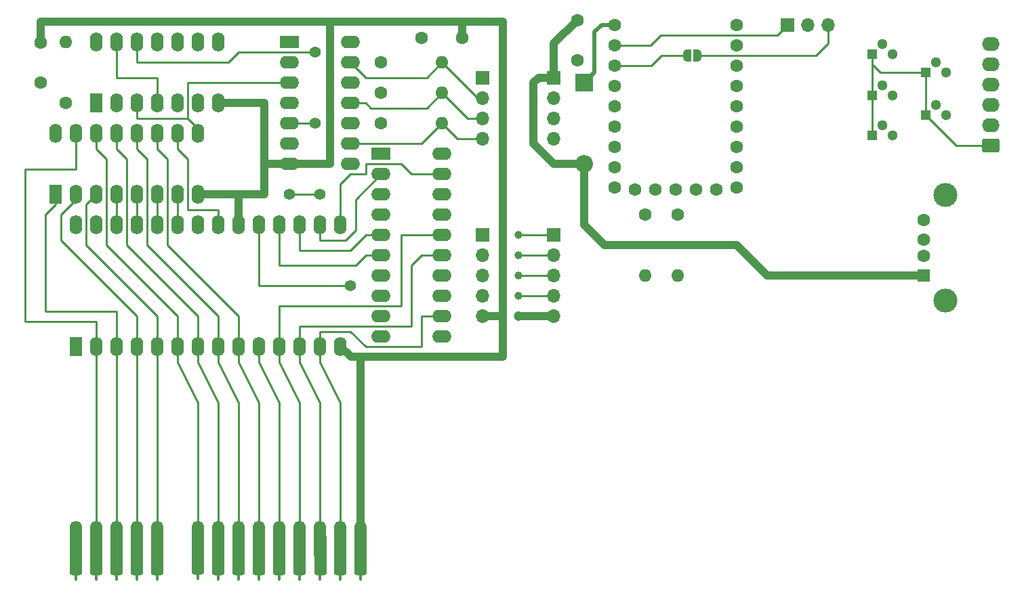
<source format=gbr>
%TF.GenerationSoftware,KiCad,Pcbnew,8.0.3+1*%
%TF.CreationDate,2024-06-17T20:10:21+02:00*%
%TF.ProjectId,MICE_3,4d494345-5f33-42e6-9b69-6361645f7063,0*%
%TF.SameCoordinates,Original*%
%TF.FileFunction,Copper,L1,Top*%
%TF.FilePolarity,Positive*%
%FSLAX46Y46*%
G04 Gerber Fmt 4.6, Leading zero omitted, Abs format (unit mm)*
G04 Created by KiCad (PCBNEW 8.0.3+1) date 2024-06-17 20:10:21*
%MOMM*%
%LPD*%
G01*
G04 APERTURE LIST*
G04 Aperture macros list*
%AMRoundRect*
0 Rectangle with rounded corners*
0 $1 Rounding radius*
0 $2 $3 $4 $5 $6 $7 $8 $9 X,Y pos of 4 corners*
0 Add a 4 corners polygon primitive as box body*
4,1,4,$2,$3,$4,$5,$6,$7,$8,$9,$2,$3,0*
0 Add four circle primitives for the rounded corners*
1,1,$1+$1,$2,$3*
1,1,$1+$1,$4,$5*
1,1,$1+$1,$6,$7*
1,1,$1+$1,$8,$9*
0 Add four rect primitives between the rounded corners*
20,1,$1+$1,$2,$3,$4,$5,0*
20,1,$1+$1,$4,$5,$6,$7,0*
20,1,$1+$1,$6,$7,$8,$9,0*
20,1,$1+$1,$8,$9,$2,$3,0*%
%AMFreePoly0*
4,1,19,0.500000,-0.750000,0.000000,-0.750000,0.000000,-0.744911,-0.071157,-0.744911,-0.207708,-0.704816,-0.327430,-0.627875,-0.420627,-0.520320,-0.479746,-0.390866,-0.500000,-0.250000,-0.500000,0.250000,-0.479746,0.390866,-0.420627,0.520320,-0.327430,0.627875,-0.207708,0.704816,-0.071157,0.744911,0.000000,0.744911,0.000000,0.750000,0.500000,0.750000,0.500000,-0.750000,0.500000,-0.750000,
$1*%
%AMFreePoly1*
4,1,19,0.000000,0.744911,0.071157,0.744911,0.207708,0.704816,0.327430,0.627875,0.420627,0.520320,0.479746,0.390866,0.500000,0.250000,0.500000,-0.250000,0.479746,-0.390866,0.420627,-0.520320,0.327430,-0.627875,0.207708,-0.704816,0.071157,-0.744911,0.000000,-0.744911,0.000000,-0.750000,-0.500000,-0.750000,-0.500000,0.750000,0.000000,0.750000,0.000000,0.744911,0.000000,0.744911,
$1*%
G04 Aperture macros list end*
%TA.AperFunction,EtchedComponent*%
%ADD10C,0.300000*%
%TD*%
%TA.AperFunction,ComponentPad*%
%ADD11R,1.700000X1.700000*%
%TD*%
%TA.AperFunction,ComponentPad*%
%ADD12O,1.700000X1.700000*%
%TD*%
%TA.AperFunction,ComponentPad*%
%ADD13R,1.600000X2.400000*%
%TD*%
%TA.AperFunction,ComponentPad*%
%ADD14O,1.600000X2.400000*%
%TD*%
%TA.AperFunction,ComponentPad*%
%ADD15C,1.600000*%
%TD*%
%TA.AperFunction,ComponentPad*%
%ADD16O,1.600000X1.600000*%
%TD*%
%TA.AperFunction,ComponentPad*%
%ADD17R,1.500000X1.600000*%
%TD*%
%TA.AperFunction,ComponentPad*%
%ADD18C,3.000000*%
%TD*%
%TA.AperFunction,ComponentPad*%
%ADD19O,2.190000X1.740000*%
%TD*%
%TA.AperFunction,ComponentPad*%
%ADD20RoundRect,0.250000X0.845000X-0.620000X0.845000X0.620000X-0.845000X0.620000X-0.845000X-0.620000X0*%
%TD*%
%TA.AperFunction,ComponentPad*%
%ADD21C,1.300000*%
%TD*%
%TA.AperFunction,ComponentPad*%
%ADD22R,1.300000X1.300000*%
%TD*%
%TA.AperFunction,ComponentPad*%
%ADD23R,2.400000X1.600000*%
%TD*%
%TA.AperFunction,ComponentPad*%
%ADD24O,2.400000X1.600000*%
%TD*%
%TA.AperFunction,SMDPad,CuDef*%
%ADD25FreePoly0,180.000000*%
%TD*%
%TA.AperFunction,SMDPad,CuDef*%
%ADD26FreePoly1,180.000000*%
%TD*%
%TA.AperFunction,ComponentPad*%
%ADD27R,2.200000X2.200000*%
%TD*%
%TA.AperFunction,ComponentPad*%
%ADD28O,2.200000X2.200000*%
%TD*%
%TA.AperFunction,ConnectorPad*%
%ADD29RoundRect,0.228600X0.533400X2.271400X-0.533400X2.271400X-0.533400X-2.271400X0.533400X-2.271400X0*%
%TD*%
%TA.AperFunction,ConnectorPad*%
%ADD30RoundRect,0.762000X0.000010X1.738000X-0.000010X1.738000X-0.000010X-1.738000X0.000010X-1.738000X0*%
%TD*%
%TA.AperFunction,ViaPad*%
%ADD31C,1.200000*%
%TD*%
%TA.AperFunction,ViaPad*%
%ADD32C,1.400000*%
%TD*%
%TA.AperFunction,ViaPad*%
%ADD33C,1.000000*%
%TD*%
%TA.AperFunction,Conductor*%
%ADD34C,0.250000*%
%TD*%
%TA.AperFunction,Conductor*%
%ADD35C,1.000000*%
%TD*%
%TA.AperFunction,Conductor*%
%ADD36C,0.508000*%
%TD*%
%ADD37C,0.350000*%
G04 APERTURE END LIST*
D10*
%TO.C,J2*%
X149860000Y-133237600D02*
X149860000Y-132628000D01*
X147320000Y-133237600D02*
X147320000Y-132628000D01*
X144780000Y-133212200D02*
X144780000Y-132602600D01*
X142240000Y-133237600D02*
X142240000Y-132628000D01*
X139700000Y-133237600D02*
X139700000Y-132602600D01*
X137160000Y-133212200D02*
X137160000Y-132602600D01*
X134620000Y-133237600D02*
X134620000Y-132628000D01*
X132080000Y-133212200D02*
X132080000Y-132602600D01*
X129540000Y-133172200D02*
X129540000Y-132588000D01*
X124460000Y-133212200D02*
X124460000Y-132628000D01*
X121920000Y-133252200D02*
X121920000Y-132715000D01*
X119380000Y-133252200D02*
X119380000Y-132715000D01*
X116840000Y-133252200D02*
X116840000Y-132668000D01*
X114300000Y-133237600D02*
X114300000Y-132628000D01*
%TD*%
D11*
%TO.P,J5,1,Pin_1*%
%TO.N,VCC*%
X165100000Y-70485000D03*
D12*
%TO.P,J5,2,Pin_2*%
%TO.N,Net-(J3-Pin_2)*%
X165100000Y-73025000D03*
%TO.P,J5,3,Pin_3*%
%TO.N,Net-(J3-Pin_3)*%
X165100000Y-75565000D03*
%TO.P,J5,4,Pin_4*%
%TO.N,Net-(J3-Pin_4)*%
X165100000Y-78105000D03*
%TD*%
D11*
%TO.P,J4,1,Pin_1*%
%TO.N,Net-(J4-Pin_1)*%
X173990000Y-90170000D03*
D12*
%TO.P,J4,2,Pin_2*%
%TO.N,Net-(J4-Pin_2)*%
X173990000Y-92710000D03*
%TO.P,J4,3,Pin_3*%
%TO.N,Net-(J4-Pin_3)*%
X173990000Y-95250000D03*
%TO.P,J4,4,Pin_4*%
%TO.N,Net-(J4-Pin_4)*%
X173990000Y-97790000D03*
%TO.P,J4,5,Pin_5*%
%TO.N,GND*%
X173990000Y-100330000D03*
%TD*%
D11*
%TO.P,J3,1,Pin_1*%
%TO.N,VCC*%
X173990000Y-70485000D03*
D12*
%TO.P,J3,2,Pin_2*%
%TO.N,Net-(J3-Pin_2)*%
X173990000Y-73025000D03*
%TO.P,J3,3,Pin_3*%
%TO.N,Net-(J3-Pin_3)*%
X173990000Y-75565000D03*
%TO.P,J3,4,Pin_4*%
%TO.N,Net-(J3-Pin_4)*%
X173990000Y-78105000D03*
%TD*%
D11*
%TO.P,J6,1,Pin_1*%
%TO.N,Net-(J4-Pin_1)*%
X165100000Y-90170000D03*
D12*
%TO.P,J6,2,Pin_2*%
%TO.N,Net-(J4-Pin_2)*%
X165100000Y-92710000D03*
%TO.P,J6,3,Pin_3*%
%TO.N,Net-(J4-Pin_3)*%
X165100000Y-95250000D03*
%TO.P,J6,4,Pin_4*%
%TO.N,Net-(J4-Pin_4)*%
X165100000Y-97790000D03*
%TO.P,J6,5,Pin_5*%
%TO.N,GND*%
X165100000Y-100330000D03*
%TD*%
D13*
%TO.P,U2,1*%
%TO.N,Net-(U2-Pad1)*%
X116840000Y-73660000D03*
D14*
%TO.P,U2,2*%
%TO.N,Net-(U2-Pad2)*%
X119380000Y-73660000D03*
%TO.P,U2,3*%
%TO.N,/IO_LE*%
X121920000Y-73660000D03*
%TO.P,U2,4*%
%TO.N,/ROMOE*%
X124460000Y-73660000D03*
%TO.P,U2,5*%
%TO.N,Net-(U2-Pad2)*%
X127000000Y-73660000D03*
%TO.P,U2,6*%
%TO.N,/U_ROMOE*%
X129540000Y-73660000D03*
%TO.P,U2,7,GND*%
%TO.N,GND*%
X132080000Y-73660000D03*
%TO.P,U2,8*%
%TO.N,Net-(U2-Pad8)*%
X132080000Y-66040000D03*
%TO.P,U2,9*%
%TO.N,/A15*%
X129540000Y-66040000D03*
%TO.P,U2,10*%
%TO.N,/A14*%
X127000000Y-66040000D03*
%TO.P,U2,11*%
%TO.N,Net-(R1-Pad2)*%
X124460000Y-66040000D03*
%TO.P,U2,12*%
%TO.N,/IO_OE*%
X121920000Y-66040000D03*
%TO.P,U2,13*%
%TO.N,/ROMOE*%
X119380000Y-66040000D03*
%TO.P,U2,14,VCC*%
%TO.N,VCC*%
X116840000Y-66040000D03*
%TD*%
D15*
%TO.P,R1,1*%
%TO.N,VCC*%
X113030000Y-73660000D03*
D16*
%TO.P,R1,2*%
%TO.N,Net-(R1-Pad2)*%
X113030000Y-66040000D03*
%TD*%
D15*
%TO.P,C3,1*%
%TO.N,VCC*%
X176911000Y-63286000D03*
%TO.P,C3,2*%
%TO.N,GND*%
X176911000Y-68286000D03*
%TD*%
%TO.P,RZ1,1,GP0*%
%TO.N,Net-(RZ1-GP0)*%
X196850000Y-63900000D03*
%TO.P,RZ1,2,GP1*%
%TO.N,Net-(Q5-B)*%
X196850000Y-66440000D03*
%TO.P,RZ1,3,GP2*%
%TO.N,Net-(Q4-B)*%
X196850000Y-68980000D03*
%TO.P,RZ1,4,GP3*%
%TO.N,Net-(Q3-B)*%
X196850000Y-71520000D03*
%TO.P,RZ1,5,GP4*%
%TO.N,Net-(Q2-B)*%
X196850000Y-74060000D03*
%TO.P,RZ1,6,GP5*%
%TO.N,Net-(Q1-B)*%
X196850000Y-76600000D03*
%TO.P,RZ1,7,GP6*%
%TO.N,unconnected-(RZ1-GP6-Pad7)*%
X196850000Y-79140000D03*
%TO.P,RZ1,8,GP7*%
%TO.N,unconnected-(RZ1-GP7-Pad8)*%
X196850000Y-81680000D03*
%TO.P,RZ1,9,GP8*%
%TO.N,unconnected-(RZ1-GP8-Pad9)*%
X196850000Y-84220000D03*
%TO.P,RZ1,10,GP9*%
%TO.N,unconnected-(RZ1-GP9-Pad10)*%
X194310000Y-84430000D03*
%TO.P,RZ1,11,GP10*%
%TO.N,unconnected-(RZ1-GP10-Pad11)*%
X191770000Y-84430000D03*
%TO.P,RZ1,12,GP11*%
%TO.N,Net-(RZ1-GP11)*%
X189230000Y-84430000D03*
%TO.P,RZ1,13,GP12*%
%TO.N,Net-(RZ1-GP12)*%
X186690000Y-84430000D03*
%TO.P,RZ1,14,GP13*%
%TO.N,Net-(J4-Pin_4)*%
X184150000Y-84430000D03*
%TO.P,RZ1,15,GP14*%
%TO.N,Net-(J4-Pin_3)*%
X181610000Y-84220000D03*
%TO.P,RZ1,16,GP15*%
%TO.N,Net-(J4-Pin_2)*%
X181610000Y-81680000D03*
%TO.P,RZ1,17,GP26*%
%TO.N,Net-(J4-Pin_1)*%
X181610000Y-79140000D03*
%TO.P,RZ1,18,GP27*%
%TO.N,Net-(J3-Pin_4)*%
X181610000Y-76600000D03*
%TO.P,RZ1,19,GP28*%
%TO.N,Net-(J3-Pin_3)*%
X181610000Y-74060000D03*
%TO.P,RZ1,20,GP29*%
%TO.N,Net-(J3-Pin_2)*%
X181610000Y-71520000D03*
%TO.P,RZ1,21,3V3*%
%TO.N,Net-(JP1-B)*%
X181610000Y-68980000D03*
%TO.P,RZ1,22,5V*%
%TO.N,Net-(D1-K)*%
X181610000Y-63900000D03*
%TO.P,RZ1,23,GND*%
%TO.N,GND*%
X181610000Y-66440000D03*
%TD*%
%TO.P,C1,1*%
%TO.N,VCC*%
X109855000Y-71120000D03*
%TO.P,C1,2*%
%TO.N,GND*%
X109855000Y-66120000D03*
%TD*%
D17*
%TO.P,J1,1,VBUS*%
%TO.N,VCC*%
X220175000Y-95250000D03*
D15*
%TO.P,J1,2,D-*%
%TO.N,/D_N*%
X220175000Y-92750000D03*
%TO.P,J1,3,D+*%
%TO.N,/D_P*%
X220175000Y-90750000D03*
%TO.P,J1,4,GND*%
%TO.N,GND*%
X220175000Y-88250000D03*
D18*
%TO.P,J1,5,Shield*%
X222885000Y-98320000D03*
X222885000Y-85180000D03*
%TD*%
D19*
%TO.P,J7,6,Pin_6*%
%TO.N,/Left*%
X228600000Y-66294000D03*
%TO.P,J7,5,Pin_5*%
%TO.N,/Right*%
X228600000Y-68834000D03*
%TO.P,J7,4,Pin_4*%
%TO.N,/Down*%
X228600000Y-71374000D03*
%TO.P,J7,3,Pin_3*%
%TO.N,/Up*%
X228600000Y-73914000D03*
%TO.P,J7,2,Pin_2*%
%TO.N,/Fire*%
X228600000Y-76454000D03*
D20*
%TO.P,J7,1,Pin_1*%
%TO.N,/Common*%
X228600000Y-78994000D03*
%TD*%
D21*
%TO.P,Q2,3,E*%
%TO.N,/Up*%
X223012000Y-75184000D03*
%TO.P,Q2,2,B*%
%TO.N,Net-(Q2-B)*%
X221742000Y-73914000D03*
D22*
%TO.P,Q2,1,C*%
%TO.N,/Common*%
X220472000Y-75184000D03*
%TD*%
D23*
%TO.P,U5,1,OE*%
%TO.N,/IO_OE*%
X152400000Y-80010000D03*
D24*
%TO.P,U5,2,O0*%
%TO.N,/D4*%
X152400000Y-82550000D03*
%TO.P,U5,3,D0*%
%TO.N,Net-(U5-D0)*%
X152400000Y-85090000D03*
%TO.P,U5,4,D1*%
%TO.N,Net-(U5-D1)*%
X152400000Y-87630000D03*
%TO.P,U5,5,O1*%
%TO.N,/D5*%
X152400000Y-90170000D03*
%TO.P,U5,6,O2*%
%TO.N,/D6*%
X152400000Y-92710000D03*
%TO.P,U5,7,D2*%
%TO.N,Net-(U5-D2)*%
X152400000Y-95250000D03*
%TO.P,U5,8,D3*%
%TO.N,GND*%
X152400000Y-97790000D03*
%TO.P,U5,9,O3*%
%TO.N,/D7*%
X152400000Y-100330000D03*
%TO.P,U5,10,GND*%
%TO.N,GND*%
X152400000Y-102870000D03*
%TO.P,U5,11,LE*%
%TO.N,/IO_LE*%
X160020000Y-102870000D03*
%TO.P,U5,12,O4*%
%TO.N,/D2*%
X160020000Y-100330000D03*
%TO.P,U5,13,D4*%
%TO.N,Net-(J4-Pin_4)*%
X160020000Y-97790000D03*
%TO.P,U5,14,D5*%
%TO.N,Net-(J4-Pin_3)*%
X160020000Y-95250000D03*
%TO.P,U5,15,O5*%
%TO.N,/D1*%
X160020000Y-92710000D03*
%TO.P,U5,16,O6*%
%TO.N,/D0*%
X160020000Y-90170000D03*
%TO.P,U5,17,D6*%
%TO.N,Net-(J4-Pin_2)*%
X160020000Y-87630000D03*
%TO.P,U5,18,D7*%
%TO.N,Net-(J4-Pin_1)*%
X160020000Y-85090000D03*
%TO.P,U5,19,O7*%
%TO.N,/D3*%
X160020000Y-82550000D03*
%TO.P,U5,20,VCC*%
%TO.N,VCC*%
X160020000Y-80010000D03*
%TD*%
D21*
%TO.P,Q4,3,E*%
%TO.N,/Right*%
X223012000Y-69829000D03*
%TO.P,Q4,2,B*%
%TO.N,Net-(Q4-B)*%
X221742000Y-68559000D03*
D22*
%TO.P,Q4,1,C*%
%TO.N,/Common*%
X220472000Y-69829000D03*
%TD*%
%TO.P,Q5,1,C*%
%TO.N,/Common*%
X213741000Y-67564000D03*
D21*
%TO.P,Q5,2,B*%
%TO.N,Net-(Q5-B)*%
X215011000Y-66294000D03*
%TO.P,Q5,3,E*%
%TO.N,/Left*%
X216281000Y-67564000D03*
%TD*%
D11*
%TO.P,SW1,1,A*%
%TO.N,GND*%
X203200000Y-63881000D03*
D12*
%TO.P,SW1,2,B*%
%TO.N,Net-(RZ1-GP0)*%
X205740000Y-63881000D03*
%TO.P,SW1,3,C*%
%TO.N,Net-(JP1-A)*%
X208280000Y-63881000D03*
%TD*%
D15*
%TO.P,R5,1*%
%TO.N,Net-(RZ1-GP11)*%
X189470000Y-87630000D03*
D16*
%TO.P,R5,2*%
%TO.N,/D_P*%
X189470000Y-95250000D03*
%TD*%
D25*
%TO.P,JP1,1,A*%
%TO.N,Net-(JP1-A)*%
X191897000Y-67691000D03*
D26*
%TO.P,JP1,2,B*%
%TO.N,Net-(JP1-B)*%
X190597000Y-67691000D03*
%TD*%
D21*
%TO.P,Q1,3,E*%
%TO.N,/Fire*%
X216281000Y-77703000D03*
%TO.P,Q1,2,B*%
%TO.N,Net-(Q1-B)*%
X215011000Y-76433000D03*
D22*
%TO.P,Q1,1,C*%
%TO.N,/Common*%
X213741000Y-77703000D03*
%TD*%
D13*
%TO.P,U1,1*%
%TO.N,/A7*%
X111760000Y-85090000D03*
D14*
%TO.P,U1,2*%
%TO.N,/A6*%
X114300000Y-85090000D03*
%TO.P,U1,3*%
%TO.N,/A5*%
X116840000Y-85090000D03*
%TO.P,U1,4*%
%TO.N,/A13*%
X119380000Y-85090000D03*
%TO.P,U1,5*%
%TO.N,/A8*%
X121920000Y-85090000D03*
%TO.P,U1,6*%
%TO.N,/A9*%
X124460000Y-85090000D03*
%TO.P,U1,7*%
%TO.N,/A11*%
X127000000Y-85090000D03*
%TO.P,U1,8,GND*%
%TO.N,GND*%
X129540000Y-85090000D03*
%TO.P,U1,9*%
%TO.N,/IO_LE*%
X129540000Y-77470000D03*
%TO.P,U1,10*%
%TO.N,/A10*%
X127000000Y-77470000D03*
%TO.P,U1,11*%
%TO.N,/A1*%
X124460000Y-77470000D03*
%TO.P,U1,12*%
%TO.N,/A2*%
X121920000Y-77470000D03*
%TO.P,U1,13*%
%TO.N,/A3*%
X119380000Y-77470000D03*
%TO.P,U1,14*%
%TO.N,/A4*%
X116840000Y-77470000D03*
%TO.P,U1,15*%
%TO.N,/A12*%
X114300000Y-77470000D03*
%TO.P,U1,16,VCC*%
%TO.N,VCC*%
X111760000Y-77470000D03*
%TD*%
D23*
%TO.P,U3,1*%
%TO.N,unconnected-(U3-Pad1)*%
X140970000Y-66040000D03*
D24*
%TO.P,U3,2*%
%TO.N,unconnected-(U3-Pad2)*%
X140970000Y-68580000D03*
%TO.P,U3,3*%
%TO.N,/IO_LE*%
X140970000Y-71120000D03*
%TO.P,U3,4*%
%TO.N,Net-(U2-Pad1)*%
X140970000Y-73660000D03*
%TO.P,U3,5*%
%TO.N,Net-(U2-Pad8)*%
X140970000Y-76200000D03*
%TO.P,U3,6*%
%TO.N,Net-(U2-Pad2)*%
X140970000Y-78740000D03*
%TO.P,U3,7,GND*%
%TO.N,GND*%
X140970000Y-81280000D03*
%TO.P,U3,8*%
%TO.N,Net-(U5-D0)*%
X148590000Y-81280000D03*
%TO.P,U3,9*%
%TO.N,Net-(J3-Pin_4)*%
X148590000Y-78740000D03*
%TO.P,U3,10*%
%TO.N,Net-(U5-D1)*%
X148590000Y-76200000D03*
%TO.P,U3,11*%
%TO.N,Net-(J3-Pin_3)*%
X148590000Y-73660000D03*
%TO.P,U3,12*%
%TO.N,Net-(U5-D2)*%
X148590000Y-71120000D03*
%TO.P,U3,13*%
%TO.N,Net-(J3-Pin_2)*%
X148590000Y-68580000D03*
%TO.P,U3,14,VCC*%
%TO.N,VCC*%
X148590000Y-66040000D03*
%TD*%
D15*
%TO.P,R4,1*%
%TO.N,VCC*%
X152400000Y-76200000D03*
D16*
%TO.P,R4,2*%
%TO.N,Net-(J3-Pin_4)*%
X160020000Y-76200000D03*
%TD*%
D15*
%TO.P,R6,1*%
%TO.N,Net-(RZ1-GP12)*%
X185420000Y-87630000D03*
D16*
%TO.P,R6,2*%
%TO.N,/D_N*%
X185420000Y-95250000D03*
%TD*%
D13*
%TO.P,IC1,1,VPP*%
%TO.N,VCC*%
X114300000Y-104120000D03*
D14*
%TO.P,IC1,2,A12*%
%TO.N,/A12*%
X116840000Y-104120000D03*
%TO.P,IC1,3,A7*%
%TO.N,/A7*%
X119380000Y-104120000D03*
%TO.P,IC1,4,A6*%
%TO.N,/A6*%
X121920000Y-104120000D03*
%TO.P,IC1,5,A5*%
%TO.N,/A5*%
X124460000Y-104120000D03*
%TO.P,IC1,6,A4*%
%TO.N,/A4*%
X127000000Y-104120000D03*
%TO.P,IC1,7,A3*%
%TO.N,/A3*%
X129540000Y-104120000D03*
%TO.P,IC1,8,A2*%
%TO.N,/A2*%
X132080000Y-104120000D03*
%TO.P,IC1,9,A1*%
%TO.N,/A1*%
X134620000Y-104120000D03*
%TO.P,IC1,10,A0*%
%TO.N,/A0*%
X137160000Y-104120000D03*
%TO.P,IC1,11,D0*%
%TO.N,/D0*%
X139700000Y-104120000D03*
%TO.P,IC1,12,D1*%
%TO.N,/D1*%
X142240000Y-104120000D03*
%TO.P,IC1,13,D2*%
%TO.N,/D2*%
X144780000Y-104120000D03*
%TO.P,IC1,14,GND*%
%TO.N,GND*%
X147320000Y-104120000D03*
%TO.P,IC1,15,D3*%
%TO.N,/D3*%
X147320000Y-88880000D03*
%TO.P,IC1,16,D4*%
%TO.N,/D4*%
X144780000Y-88880000D03*
%TO.P,IC1,17,D5*%
%TO.N,/D5*%
X142240000Y-88880000D03*
%TO.P,IC1,18,D6*%
%TO.N,/D6*%
X139700000Y-88880000D03*
%TO.P,IC1,19,D7*%
%TO.N,/D7*%
X137160000Y-88880000D03*
%TO.P,IC1,20,~{CE}*%
%TO.N,GND*%
X134620000Y-88880000D03*
%TO.P,IC1,21,A10*%
%TO.N,/A10*%
X132080000Y-88880000D03*
%TO.P,IC1,22,~{OE}*%
%TO.N,/U_ROMOE*%
X129540000Y-88880000D03*
%TO.P,IC1,23,A11*%
%TO.N,/A11*%
X127000000Y-88880000D03*
%TO.P,IC1,24,A9*%
%TO.N,/A9*%
X124460000Y-88880000D03*
%TO.P,IC1,25,A8*%
%TO.N,/A8*%
X121920000Y-88880000D03*
%TO.P,IC1,26,A13*%
%TO.N,/A13*%
X119380000Y-88880000D03*
%TO.P,IC1,27,~{PGM}*%
%TO.N,VCC*%
X116840000Y-88880000D03*
%TO.P,IC1,28,VCC*%
X114300000Y-88880000D03*
%TD*%
D21*
%TO.P,Q3,3,E*%
%TO.N,/Down*%
X216281000Y-72729000D03*
%TO.P,Q3,2,B*%
%TO.N,Net-(Q3-B)*%
X215011000Y-71459000D03*
D22*
%TO.P,Q3,1,C*%
%TO.N,/Common*%
X213741000Y-72729000D03*
%TD*%
D15*
%TO.P,R2,1*%
%TO.N,VCC*%
X152400000Y-68580000D03*
D16*
%TO.P,R2,2*%
%TO.N,Net-(J3-Pin_2)*%
X160020000Y-68580000D03*
%TD*%
D15*
%TO.P,C2,1*%
%TO.N,VCC*%
X157480000Y-65532000D03*
%TO.P,C2,2*%
%TO.N,GND*%
X162480000Y-65532000D03*
%TD*%
D27*
%TO.P,D1,1,K*%
%TO.N,Net-(D1-K)*%
X177800000Y-71120000D03*
D28*
%TO.P,D1,2,A*%
%TO.N,VCC*%
X177800000Y-81280000D03*
%TD*%
D15*
%TO.P,R3,1*%
%TO.N,VCC*%
X152400000Y-72390000D03*
D16*
%TO.P,R3,2*%
%TO.N,Net-(J3-Pin_3)*%
X160020000Y-72390000D03*
%TD*%
D29*
%TO.P,J2,2,N/C*%
%TO.N,unconnected-(J2-N{slash}C-Pad2)*%
X114300000Y-130175000D03*
D30*
X114300000Y-128437000D03*
D29*
%TO.P,J2,4,A12*%
%TO.N,/A12*%
X116840000Y-130215000D03*
D30*
X116840000Y-128437000D03*
D29*
%TO.P,J2,6,A7*%
%TO.N,/A7*%
X119380000Y-130215000D03*
D30*
X119380000Y-128437000D03*
D29*
%TO.P,J2,8,A6*%
%TO.N,/A6*%
X121920000Y-130215000D03*
D30*
X121920000Y-128437000D03*
D29*
%TO.P,J2,10,A5*%
%TO.N,/A5*%
X124460000Y-130175000D03*
D30*
X124460000Y-128397000D03*
D29*
%TO.P,J2,12,A4*%
%TO.N,/A4*%
X129540000Y-130135000D03*
D30*
X129540000Y-128397000D03*
D29*
%TO.P,J2,14,A3*%
%TO.N,/A3*%
X132080000Y-130175000D03*
D30*
X132080000Y-128437000D03*
D29*
%TO.P,J2,16,A2*%
%TO.N,/A2*%
X134620000Y-130175000D03*
D30*
X134620000Y-128437000D03*
D29*
%TO.P,J2,18,A1*%
%TO.N,/A1*%
X137160000Y-130164200D03*
D30*
X137160000Y-128437000D03*
D29*
%TO.P,J2,20,A0*%
%TO.N,/A0*%
X139700000Y-130164200D03*
D30*
X139700000Y-128437000D03*
D29*
%TO.P,J2,22,D0*%
%TO.N,/D0*%
X142240000Y-130164200D03*
D30*
X142240000Y-128437000D03*
D29*
%TO.P,J2,24,D1*%
%TO.N,/D1*%
X144805400Y-130164200D03*
D30*
X144780000Y-128397000D03*
D29*
%TO.P,J2,26,D2*%
%TO.N,/D2*%
X147320000Y-130175000D03*
D30*
X147320000Y-128437000D03*
D29*
%TO.P,J2,28,GND*%
%TO.N,GND*%
X149860000Y-130175000D03*
D30*
X149860000Y-128437000D03*
%TD*%
D31*
%TO.N,GND*%
X169545000Y-100330000D03*
D32*
%TO.N,/D7*%
X148590000Y-96520000D03*
%TO.N,/IO_LE*%
X144780000Y-85090000D03*
X140970000Y-85090000D03*
%TO.N,Net-(U2-Pad8)*%
X144145000Y-76200000D03*
%TO.N,/IO_OE*%
X144145000Y-67310000D03*
D33*
%TO.N,Net-(J4-Pin_1)*%
X169545000Y-90170000D03*
%TO.N,Net-(J4-Pin_2)*%
X169545000Y-92710000D03*
%TO.N,Net-(J4-Pin_3)*%
X169545000Y-95250000D03*
%TO.N,Net-(J4-Pin_4)*%
X169545000Y-97790000D03*
%TD*%
D34*
%TO.N,/Common*%
X213741000Y-72729000D02*
X213741000Y-67564000D01*
X213741000Y-77703000D02*
X213741000Y-72729000D01*
X220472000Y-75184000D02*
X224282000Y-78994000D01*
X228600000Y-78994000D02*
X224282000Y-78994000D01*
X213741000Y-68834000D02*
X214736000Y-69829000D01*
X214736000Y-69829000D02*
X220472000Y-69829000D01*
X220472000Y-69829000D02*
X220472000Y-75184000D01*
X213741000Y-68834000D02*
X213741000Y-67564000D01*
%TO.N,/D0*%
X142240000Y-128437000D02*
X142240000Y-111125000D01*
X142240000Y-111125000D02*
X139700000Y-106045000D01*
X139700000Y-106045000D02*
X139700000Y-104120000D01*
%TO.N,/D1*%
X144780000Y-128397000D02*
X144780000Y-111125000D01*
X144780000Y-111125000D02*
X142240000Y-106045000D01*
X142240000Y-106045000D02*
X142240000Y-104120000D01*
%TO.N,/D2*%
X147320000Y-128437000D02*
X147320000Y-111125000D01*
X147320000Y-111125000D02*
X144780000Y-106045000D01*
X144780000Y-106045000D02*
X144780000Y-104120000D01*
D35*
%TO.N,GND*%
X149860000Y-128437000D02*
X149860000Y-105410000D01*
%TO.N,VCC*%
X171450000Y-78740000D02*
X173990000Y-81280000D01*
X180340000Y-91440000D02*
X177800000Y-88900000D01*
X173990000Y-70485000D02*
X173990000Y-66207000D01*
X171450000Y-71120000D02*
X172085000Y-70485000D01*
X220175000Y-95250000D02*
X200660000Y-95250000D01*
X200660000Y-95250000D02*
X196850000Y-91440000D01*
X171450000Y-71120000D02*
X171450000Y-78740000D01*
X177800000Y-88900000D02*
X177800000Y-81280000D01*
X196850000Y-91440000D02*
X180340000Y-91440000D01*
X173990000Y-66207000D02*
X176911000Y-63286000D01*
X173990000Y-81280000D02*
X177800000Y-81280000D01*
X172085000Y-70485000D02*
X173990000Y-70485000D01*
%TO.N,GND*%
X167640000Y-100330000D02*
X165100000Y-100330000D01*
X137795000Y-85090000D02*
X137795000Y-81280000D01*
X147320000Y-104120000D02*
X148610000Y-105410000D01*
X134620000Y-85090000D02*
X137795000Y-85090000D01*
X167640000Y-105410000D02*
X149860000Y-105410000D01*
X109855000Y-66120000D02*
X109855000Y-63500000D01*
X140970000Y-81280000D02*
X146050000Y-81280000D01*
D34*
X203185000Y-63881000D02*
X201915000Y-65151000D01*
X184785000Y-66440000D02*
X181610000Y-66440000D01*
D35*
X134620000Y-85090000D02*
X134620000Y-88880000D01*
D34*
X185547000Y-66440000D02*
X184785000Y-66440000D01*
D35*
X167640000Y-63500000D02*
X167640000Y-100330000D01*
D34*
X185693000Y-66440000D02*
X185547000Y-66440000D01*
D35*
X148610000Y-105410000D02*
X149860000Y-105410000D01*
X162560000Y-65532000D02*
X162560000Y-64095000D01*
X169545000Y-100330000D02*
X173990000Y-100330000D01*
X146050000Y-81280000D02*
X146050000Y-63500000D01*
X109855000Y-63500000D02*
X167640000Y-63500000D01*
X132080000Y-73660000D02*
X137795000Y-73660000D01*
D34*
X201915000Y-65151000D02*
X187325000Y-65151000D01*
D35*
X129540000Y-85090000D02*
X134620000Y-85090000D01*
X137795000Y-81280000D02*
X140970000Y-81280000D01*
X167640000Y-100330000D02*
X167640000Y-105410000D01*
D34*
X184785000Y-66440000D02*
X186036000Y-66440000D01*
D35*
X137795000Y-73660000D02*
X137795000Y-81280000D01*
D34*
X186036000Y-66440000D02*
X187325000Y-65151000D01*
%TO.N,/D3*%
X156210000Y-82550000D02*
X154940000Y-81280000D01*
X150495000Y-82550000D02*
X148590000Y-82550000D01*
X160020000Y-82550000D02*
X156210000Y-82550000D01*
X150495000Y-81280000D02*
X150495000Y-82550000D01*
X154940000Y-81280000D02*
X150495000Y-81280000D01*
X147320000Y-83820000D02*
X147320000Y-88880000D01*
X148590000Y-82550000D02*
X147320000Y-83820000D01*
%TO.N,/D4*%
X152400000Y-82550000D02*
X149225000Y-85725000D01*
X144780000Y-90805000D02*
X144780000Y-88880000D01*
X147955000Y-90805000D02*
X144780000Y-90805000D01*
X149225000Y-89535000D02*
X147955000Y-90805000D01*
X149225000Y-85725000D02*
X149225000Y-89535000D01*
%TO.N,/D2*%
X144780000Y-102235000D02*
X148590000Y-102235000D01*
X157480000Y-104140000D02*
X157480000Y-100330000D01*
X144780000Y-104120000D02*
X144780000Y-102235000D01*
X150495000Y-104140000D02*
X157480000Y-104140000D01*
X157480000Y-100330000D02*
X160020000Y-100330000D01*
X148590000Y-102235000D02*
X150495000Y-104140000D01*
%TO.N,/D5*%
X142240000Y-92075000D02*
X142240000Y-88880000D01*
X152400000Y-90170000D02*
X150495000Y-90170000D01*
X148590000Y-92075000D02*
X142240000Y-92075000D01*
X150495000Y-90170000D02*
X148590000Y-92075000D01*
%TO.N,/D1*%
X160020000Y-92710000D02*
X157480000Y-92710000D01*
X156210000Y-93980000D02*
X156210000Y-101600000D01*
X157480000Y-92710000D02*
X156210000Y-93980000D01*
X142240000Y-101600000D02*
X142240000Y-104120000D01*
X156210000Y-101600000D02*
X142240000Y-101600000D01*
%TO.N,/D6*%
X149225000Y-93980000D02*
X139700000Y-93980000D01*
X139700000Y-93980000D02*
X139700000Y-88880000D01*
X150495000Y-92710000D02*
X149225000Y-93980000D01*
X152400000Y-92710000D02*
X150495000Y-92710000D01*
%TO.N,/D0*%
X154940000Y-99060000D02*
X139700000Y-99060000D01*
X154940000Y-90170000D02*
X154940000Y-99060000D01*
X139700000Y-99060000D02*
X139700000Y-104120000D01*
X160020000Y-90170000D02*
X154940000Y-90170000D01*
%TO.N,/D7*%
X148590000Y-96520000D02*
X137160000Y-96520000D01*
X137160000Y-96520000D02*
X137160000Y-88880000D01*
%TO.N,/A0*%
X137160000Y-106045000D02*
X137160000Y-104120000D01*
X139700000Y-127000000D02*
X139700000Y-111125000D01*
X139700000Y-111125000D02*
X137160000Y-106045000D01*
%TO.N,/A1*%
X137160000Y-127000000D02*
X137160000Y-111125000D01*
X134620000Y-104120000D02*
X134620000Y-100330000D01*
X124460000Y-79375000D02*
X124460000Y-77470000D01*
X125730000Y-91440000D02*
X125730000Y-80645000D01*
X125730000Y-80645000D02*
X124460000Y-79375000D01*
X134620000Y-100330000D02*
X125730000Y-91440000D01*
X137160000Y-111125000D02*
X134620000Y-106045000D01*
X134620000Y-106045000D02*
X134620000Y-104120000D01*
%TO.N,/A10*%
X128270000Y-80645000D02*
X127000000Y-79375000D01*
X132080000Y-88880000D02*
X132080000Y-86995000D01*
X128270000Y-86995000D02*
X128270000Y-80645000D01*
X132080000Y-86995000D02*
X128270000Y-86995000D01*
X127000000Y-79375000D02*
X127000000Y-77470000D01*
%TO.N,/A2*%
X123190000Y-80645000D02*
X121920000Y-79375000D01*
X134620000Y-127000000D02*
X134620000Y-111125000D01*
X132080000Y-100330000D02*
X123190000Y-91440000D01*
X132080000Y-106045000D02*
X132080000Y-104120000D01*
X134620000Y-111125000D02*
X132080000Y-106045000D01*
X132080000Y-104120000D02*
X132080000Y-100330000D01*
X123190000Y-91440000D02*
X123190000Y-80645000D01*
X121920000Y-79375000D02*
X121920000Y-77470000D01*
%TO.N,/ROMOE*%
X119380000Y-70485000D02*
X119380000Y-66040000D01*
X124460000Y-73660000D02*
X124460000Y-70485000D01*
X124460000Y-70485000D02*
X119380000Y-70485000D01*
%TO.N,/A3*%
X129540000Y-106045000D02*
X129540000Y-104120000D01*
X119380000Y-77470000D02*
X119380000Y-79375000D01*
X120650000Y-91440000D02*
X129540000Y-100330000D01*
X132080000Y-127000000D02*
X132080000Y-111125000D01*
X120650000Y-80645000D02*
X120650000Y-91440000D01*
X132080000Y-111125000D02*
X129540000Y-106045000D01*
X129540000Y-100330000D02*
X129540000Y-104120000D01*
X119380000Y-79375000D02*
X120650000Y-80645000D01*
%TO.N,/A11*%
X127000000Y-85090000D02*
X127000000Y-88880000D01*
%TO.N,/A4*%
X118110000Y-80645000D02*
X118110000Y-91440000D01*
X118110000Y-91440000D02*
X127000000Y-100330000D01*
X129540000Y-111125000D02*
X127000000Y-106045000D01*
X127000000Y-106045000D02*
X127000000Y-104120000D01*
X129540000Y-126960000D02*
X129540000Y-111125000D01*
X116840000Y-77470000D02*
X116840000Y-79375000D01*
X127000000Y-100330000D02*
X127000000Y-104120000D01*
X116840000Y-79375000D02*
X118110000Y-80645000D01*
%TO.N,/A9*%
X124460000Y-85090000D02*
X124460000Y-88880000D01*
%TO.N,/A5*%
X124460000Y-104120000D02*
X124460000Y-126960000D01*
X116840000Y-85090000D02*
X115570000Y-86360000D01*
X124460000Y-100330000D02*
X124460000Y-104120000D01*
X115570000Y-91440000D02*
X124460000Y-100330000D01*
X115570000Y-86360000D02*
X115570000Y-91440000D01*
%TO.N,/A8*%
X121920000Y-85090000D02*
X121920000Y-88880000D01*
%TO.N,/A6*%
X114300000Y-85725000D02*
X112395000Y-87630000D01*
X112395000Y-90805000D02*
X121920000Y-100330000D01*
X121920000Y-100330000D02*
X121920000Y-104120000D01*
X121920000Y-104120000D02*
X121920000Y-127000000D01*
X112395000Y-87630000D02*
X112395000Y-90805000D01*
%TO.N,/A13*%
X119380000Y-85090000D02*
X119380000Y-88880000D01*
%TO.N,/A7*%
X119380000Y-104120000D02*
X119380000Y-127000000D01*
X110490000Y-87630000D02*
X111760000Y-86360000D01*
X111760000Y-86360000D02*
X111760000Y-85090000D01*
X110490000Y-99695000D02*
X110490000Y-87630000D01*
X119380000Y-99695000D02*
X110490000Y-99695000D01*
X119380000Y-104120000D02*
X119380000Y-99695000D01*
%TO.N,/A12*%
X114300000Y-81915000D02*
X114300000Y-77470000D01*
X116840000Y-104120000D02*
X116840000Y-127000000D01*
X107950000Y-81915000D02*
X114300000Y-81915000D01*
X107950000Y-100965000D02*
X107950000Y-81915000D01*
X116840000Y-104120000D02*
X116840000Y-100965000D01*
X116840000Y-100965000D02*
X107950000Y-100965000D01*
%TO.N,/IO_LE*%
X128270000Y-75565000D02*
X129540000Y-76835000D01*
X128270000Y-75565000D02*
X121920000Y-75565000D01*
X121920000Y-75565000D02*
X121920000Y-73660000D01*
X140970000Y-71120000D02*
X128270000Y-71120000D01*
X140970000Y-85090000D02*
X144780000Y-85090000D01*
X128270000Y-71120000D02*
X128270000Y-75565000D01*
%TO.N,Net-(U2-Pad8)*%
X140970000Y-76200000D02*
X144145000Y-76200000D01*
%TO.N,/IO_OE*%
X121920000Y-68580000D02*
X121920000Y-66040000D01*
X134620000Y-67310000D02*
X133350000Y-68580000D01*
X144145000Y-67310000D02*
X134620000Y-67310000D01*
X133350000Y-68580000D02*
X121920000Y-68580000D01*
%TO.N,Net-(J3-Pin_2)*%
X160020000Y-68580000D02*
X164465000Y-73025000D01*
X158115000Y-70485000D02*
X150495000Y-70485000D01*
X160020000Y-68580000D02*
X158115000Y-70485000D01*
X150495000Y-70485000D02*
X148590000Y-68580000D01*
%TO.N,Net-(J3-Pin_3)*%
X160020000Y-72390000D02*
X158115000Y-74295000D01*
X151130000Y-74295000D02*
X150495000Y-73660000D01*
X150495000Y-73660000D02*
X148590000Y-73660000D01*
X160020000Y-72390000D02*
X163195000Y-75565000D01*
X158115000Y-74295000D02*
X151130000Y-74295000D01*
X163195000Y-75565000D02*
X165100000Y-75565000D01*
%TO.N,Net-(J3-Pin_4)*%
X165100000Y-78105000D02*
X161925000Y-78105000D01*
X157480000Y-78740000D02*
X160020000Y-76200000D01*
X148590000Y-78740000D02*
X157480000Y-78740000D01*
X161925000Y-78105000D02*
X160020000Y-76200000D01*
%TO.N,Net-(J4-Pin_1)*%
X173990000Y-90170000D02*
X169545000Y-90170000D01*
%TO.N,Net-(J4-Pin_2)*%
X169545000Y-92710000D02*
X173990000Y-92710000D01*
%TO.N,Net-(J4-Pin_3)*%
X169545000Y-95250000D02*
X173990000Y-95250000D01*
%TO.N,Net-(J4-Pin_4)*%
X169545000Y-97790000D02*
X173990000Y-97790000D01*
D36*
%TO.N,Net-(D1-K)*%
X179070000Y-69850000D02*
X179070000Y-64770000D01*
X177800000Y-71120000D02*
X179070000Y-69850000D01*
X179070000Y-64770000D02*
X179940000Y-63900000D01*
X179940000Y-63900000D02*
X181610000Y-63900000D01*
D34*
%TO.N,Net-(JP1-B)*%
X181610000Y-68980000D02*
X186163000Y-68980000D01*
X187452000Y-67691000D02*
X190597000Y-67691000D01*
X186163000Y-68980000D02*
X187452000Y-67691000D01*
%TO.N,Net-(JP1-A)*%
X208265000Y-66182000D02*
X206756000Y-67691000D01*
X191897000Y-67691000D02*
X206756000Y-67691000D01*
X208265000Y-63881000D02*
X208265000Y-66182000D01*
%TD*%
D37*
X169545000Y-100330000D03*
X148590000Y-96520000D03*
X144780000Y-85090000D03*
X140970000Y-85090000D03*
X144145000Y-76200000D03*
X144145000Y-67310000D03*
X169545000Y-90170000D03*
X169545000Y-92710000D03*
X169545000Y-95250000D03*
X169545000Y-97790000D03*
X165100000Y-70485000D03*
X165100000Y-73025000D03*
X165100000Y-75565000D03*
X165100000Y-78105000D03*
X173990000Y-90170000D03*
X173990000Y-92710000D03*
X173990000Y-95250000D03*
X173990000Y-97790000D03*
X173990000Y-100330000D03*
X173990000Y-70485000D03*
X173990000Y-73025000D03*
X173990000Y-75565000D03*
X173990000Y-78105000D03*
X165100000Y-90170000D03*
X165100000Y-92710000D03*
X165100000Y-95250000D03*
X165100000Y-97790000D03*
X165100000Y-100330000D03*
X116840000Y-73660000D03*
X119380000Y-73660000D03*
X121920000Y-73660000D03*
X124460000Y-73660000D03*
X127000000Y-73660000D03*
X129540000Y-73660000D03*
X132080000Y-73660000D03*
X132080000Y-66040000D03*
X129540000Y-66040000D03*
X127000000Y-66040000D03*
X124460000Y-66040000D03*
X121920000Y-66040000D03*
X119380000Y-66040000D03*
X116840000Y-66040000D03*
X113030000Y-73660000D03*
X113030000Y-66040000D03*
X176911000Y-63286000D03*
X176911000Y-68286000D03*
X196850000Y-63900000D03*
X196850000Y-66440000D03*
X196850000Y-68980000D03*
X196850000Y-71520000D03*
X196850000Y-74060000D03*
X196850000Y-76600000D03*
X196850000Y-79140000D03*
X196850000Y-81680000D03*
X196850000Y-84220000D03*
X194310000Y-84430000D03*
X191770000Y-84430000D03*
X189230000Y-84430000D03*
X186690000Y-84430000D03*
X184150000Y-84430000D03*
X181610000Y-84220000D03*
X181610000Y-81680000D03*
X181610000Y-79140000D03*
X181610000Y-76600000D03*
X181610000Y-74060000D03*
X181610000Y-71520000D03*
X181610000Y-68980000D03*
X181610000Y-63900000D03*
X181610000Y-66440000D03*
X109855000Y-71120000D03*
X109855000Y-66120000D03*
X220175000Y-95250000D03*
X220175000Y-92750000D03*
X220175000Y-90750000D03*
X220175000Y-88250000D03*
X222885000Y-98320000D03*
X222885000Y-85180000D03*
X228600000Y-66294000D03*
X228600000Y-68834000D03*
X228600000Y-71374000D03*
X228600000Y-73914000D03*
X228600000Y-76454000D03*
X228600000Y-78994000D03*
X223012000Y-75184000D03*
X221742000Y-73914000D03*
X220472000Y-75184000D03*
X152400000Y-80010000D03*
X152400000Y-82550000D03*
X152400000Y-85090000D03*
X152400000Y-87630000D03*
X152400000Y-90170000D03*
X152400000Y-92710000D03*
X152400000Y-95250000D03*
X152400000Y-97790000D03*
X152400000Y-100330000D03*
X152400000Y-102870000D03*
X160020000Y-102870000D03*
X160020000Y-100330000D03*
X160020000Y-97790000D03*
X160020000Y-95250000D03*
X160020000Y-92710000D03*
X160020000Y-90170000D03*
X160020000Y-87630000D03*
X160020000Y-85090000D03*
X160020000Y-82550000D03*
X160020000Y-80010000D03*
X223012000Y-69829000D03*
X221742000Y-68559000D03*
X220472000Y-69829000D03*
X213741000Y-67564000D03*
X215011000Y-66294000D03*
X216281000Y-67564000D03*
X203200000Y-63881000D03*
X205740000Y-63881000D03*
X208280000Y-63881000D03*
X189470000Y-87630000D03*
X189470000Y-95250000D03*
X216281000Y-77703000D03*
X215011000Y-76433000D03*
X213741000Y-77703000D03*
X111760000Y-85090000D03*
X114300000Y-85090000D03*
X116840000Y-85090000D03*
X119380000Y-85090000D03*
X121920000Y-85090000D03*
X124460000Y-85090000D03*
X127000000Y-85090000D03*
X129540000Y-85090000D03*
X129540000Y-77470000D03*
X127000000Y-77470000D03*
X124460000Y-77470000D03*
X121920000Y-77470000D03*
X119380000Y-77470000D03*
X116840000Y-77470000D03*
X114300000Y-77470000D03*
X111760000Y-77470000D03*
X140970000Y-66040000D03*
X140970000Y-68580000D03*
X140970000Y-71120000D03*
X140970000Y-73660000D03*
X140970000Y-76200000D03*
X140970000Y-78740000D03*
X140970000Y-81280000D03*
X148590000Y-81280000D03*
X148590000Y-78740000D03*
X148590000Y-76200000D03*
X148590000Y-73660000D03*
X148590000Y-71120000D03*
X148590000Y-68580000D03*
X148590000Y-66040000D03*
X152400000Y-76200000D03*
X160020000Y-76200000D03*
X185420000Y-87630000D03*
X185420000Y-95250000D03*
X114300000Y-104120000D03*
X116840000Y-104120000D03*
X119380000Y-104120000D03*
X121920000Y-104120000D03*
X124460000Y-104120000D03*
X127000000Y-104120000D03*
X129540000Y-104120000D03*
X132080000Y-104120000D03*
X134620000Y-104120000D03*
X137160000Y-104120000D03*
X139700000Y-104120000D03*
X142240000Y-104120000D03*
X144780000Y-104120000D03*
X147320000Y-104120000D03*
X147320000Y-88880000D03*
X144780000Y-88880000D03*
X142240000Y-88880000D03*
X139700000Y-88880000D03*
X137160000Y-88880000D03*
X134620000Y-88880000D03*
X132080000Y-88880000D03*
X129540000Y-88880000D03*
X127000000Y-88880000D03*
X124460000Y-88880000D03*
X121920000Y-88880000D03*
X119380000Y-88880000D03*
X116840000Y-88880000D03*
X114300000Y-88880000D03*
X216281000Y-72729000D03*
X215011000Y-71459000D03*
X213741000Y-72729000D03*
X152400000Y-68580000D03*
X160020000Y-68580000D03*
X157480000Y-65532000D03*
X162480000Y-65532000D03*
X177800000Y-71120000D03*
X177800000Y-81280000D03*
X152400000Y-72390000D03*
X160020000Y-72390000D03*
M02*

</source>
